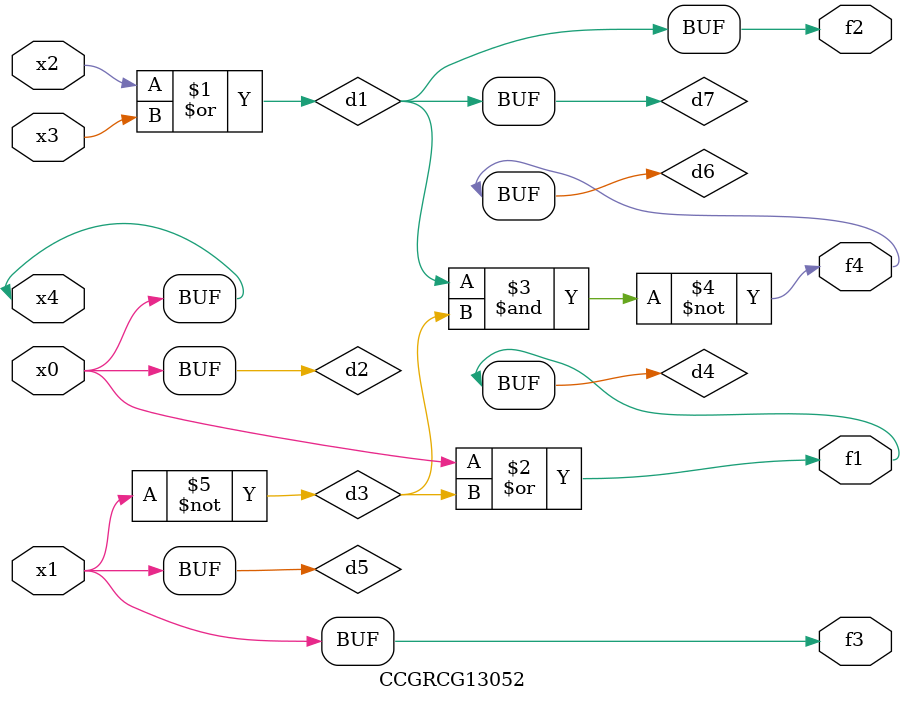
<source format=v>
module CCGRCG13052(
	input x0, x1, x2, x3, x4,
	output f1, f2, f3, f4
);

	wire d1, d2, d3, d4, d5, d6, d7;

	or (d1, x2, x3);
	buf (d2, x0, x4);
	not (d3, x1);
	or (d4, d2, d3);
	not (d5, d3);
	nand (d6, d1, d3);
	or (d7, d1);
	assign f1 = d4;
	assign f2 = d7;
	assign f3 = d5;
	assign f4 = d6;
endmodule

</source>
